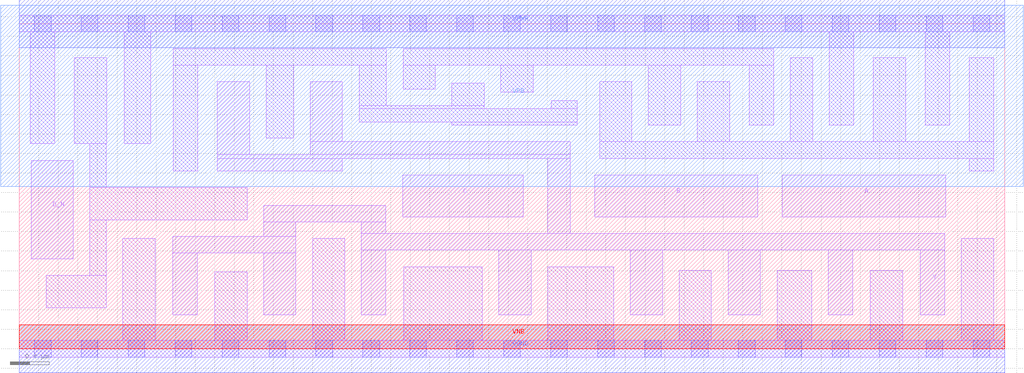
<source format=lef>
# Copyright 2020 The SkyWater PDK Authors
#
# Licensed under the Apache License, Version 2.0 (the "License");
# you may not use this file except in compliance with the License.
# You may obtain a copy of the License at
#
#     https://www.apache.org/licenses/LICENSE-2.0
#
# Unless required by applicable law or agreed to in writing, software
# distributed under the License is distributed on an "AS IS" BASIS,
# WITHOUT WARRANTIES OR CONDITIONS OF ANY KIND, either express or implied.
# See the License for the specific language governing permissions and
# limitations under the License.
#
# SPDX-License-Identifier: Apache-2.0

VERSION 5.7 ;
  NOWIREEXTENSIONATPIN ON ;
  DIVIDERCHAR "/" ;
  BUSBITCHARS "[]" ;
MACRO sky130_fd_sc_ms__nor4b_4
  CLASS CORE ;
  FOREIGN sky130_fd_sc_ms__nor4b_4 ;
  ORIGIN  0.000000  0.000000 ;
  SIZE  10.08000 BY  3.330000 ;
  SYMMETRY X Y ;
  SITE unit ;
  PIN A
    ANTENNAGATEAREA  1.250400 ;
    DIRECTION INPUT ;
    USE SIGNAL ;
    PORT
      LAYER li1 ;
        RECT 7.805000 1.350000 9.475000 1.780000 ;
    END
  END A
  PIN B
    ANTENNAGATEAREA  1.250400 ;
    DIRECTION INPUT ;
    USE SIGNAL ;
    PORT
      LAYER li1 ;
        RECT 5.885000 1.350000 7.555000 1.780000 ;
    END
  END B
  PIN C
    ANTENNAGATEAREA  1.250400 ;
    DIRECTION INPUT ;
    USE SIGNAL ;
    PORT
      LAYER li1 ;
        RECT 3.920000 1.350000 5.155000 1.780000 ;
    END
  END C
  PIN D_N
    ANTENNAGATEAREA  0.413400 ;
    DIRECTION INPUT ;
    USE SIGNAL ;
    PORT
      LAYER li1 ;
        RECT 0.125000 0.920000 0.550000 1.930000 ;
    END
  END D_N
  PIN Y
    ANTENNADIFFAREA  2.373400 ;
    DIRECTION OUTPUT ;
    USE SIGNAL ;
    PORT
      LAYER li1 ;
        RECT 1.570000 0.350000 1.820000 0.980000 ;
        RECT 1.570000 0.980000 2.830000 1.150000 ;
        RECT 2.025000 1.820000 3.305000 1.950000 ;
        RECT 2.025000 1.950000 5.635000 1.990000 ;
        RECT 2.025000 1.990000 2.355000 2.735000 ;
        RECT 2.500000 0.350000 2.830000 0.980000 ;
        RECT 2.500000 1.150000 2.830000 1.300000 ;
        RECT 2.500000 1.300000 3.750000 1.470000 ;
        RECT 2.975000 1.990000 5.635000 2.120000 ;
        RECT 2.975000 2.120000 3.305000 2.735000 ;
        RECT 3.500000 0.350000 3.750000 1.010000 ;
        RECT 3.500000 1.010000 9.465000 1.180000 ;
        RECT 3.500000 1.180000 3.750000 1.300000 ;
        RECT 4.905000 0.350000 5.235000 1.010000 ;
        RECT 5.405000 1.180000 5.635000 1.950000 ;
        RECT 6.250000 0.350000 6.580000 1.010000 ;
        RECT 7.250000 0.350000 7.580000 1.010000 ;
        RECT 8.275000 0.350000 8.525000 1.010000 ;
        RECT 9.215000 0.350000 9.465000 1.010000 ;
    END
  END Y
  PIN VGND
    DIRECTION INOUT ;
    USE GROUND ;
    PORT
      LAYER met1 ;
        RECT 0.000000 -0.245000 10.080000 0.245000 ;
    END
  END VGND
  PIN VNB
    DIRECTION INOUT ;
    USE GROUND ;
    PORT
      LAYER pwell ;
        RECT 0.000000 0.000000 10.080000 0.245000 ;
    END
  END VNB
  PIN VPB
    DIRECTION INOUT ;
    USE POWER ;
    PORT
      LAYER nwell ;
        RECT -0.190000 1.660000 10.270000 3.520000 ;
    END
  END VPB
  PIN VPWR
    DIRECTION INOUT ;
    USE POWER ;
    PORT
      LAYER met1 ;
        RECT 0.000000 3.085000 10.080000 3.575000 ;
    END
  END VPWR
  OBS
    LAYER li1 ;
      RECT 0.000000 -0.085000 10.080000 0.085000 ;
      RECT 0.000000  3.245000 10.080000 3.415000 ;
      RECT 0.115000  2.100000  0.365000 3.245000 ;
      RECT 0.275000  0.420000  0.890000 0.750000 ;
      RECT 0.565000  2.100000  0.895000 2.980000 ;
      RECT 0.720000  0.750000  0.890000 1.320000 ;
      RECT 0.720000  1.320000  2.330000 1.650000 ;
      RECT 0.720000  1.650000  0.890000 2.100000 ;
      RECT 1.060000  0.085000  1.390000 1.130000 ;
      RECT 1.075000  2.100000  1.345000 3.245000 ;
      RECT 1.575000  1.820000  1.825000 2.905000 ;
      RECT 1.575000  2.905000  3.755000 3.075000 ;
      RECT 2.000000  0.085000  2.330000 0.790000 ;
      RECT 2.525000  2.160000  2.805000 2.905000 ;
      RECT 3.000000  0.085000  3.330000 1.130000 ;
      RECT 3.475000  2.320000  5.705000 2.460000 ;
      RECT 3.475000  2.460000  4.755000 2.490000 ;
      RECT 3.475000  2.490000  3.755000 2.905000 ;
      RECT 3.925000  2.660000  4.255000 2.905000 ;
      RECT 3.925000  2.905000  7.715000 3.075000 ;
      RECT 3.930000  0.085000  4.735000 0.840000 ;
      RECT 4.425000  2.290000  5.705000 2.320000 ;
      RECT 4.425000  2.490000  4.755000 2.720000 ;
      RECT 4.925000  2.630000  5.255000 2.905000 ;
      RECT 5.405000  0.085000  6.080000 0.840000 ;
      RECT 5.440000  2.460000  5.705000 2.540000 ;
      RECT 5.935000  1.950000  9.965000 2.120000 ;
      RECT 5.935000  2.120000  6.265000 2.735000 ;
      RECT 6.435000  2.290000  6.765000 2.905000 ;
      RECT 6.750000  0.085000  7.080000 0.805000 ;
      RECT 6.935000  2.120000  7.265000 2.735000 ;
      RECT 7.465000  2.290000  7.715000 2.905000 ;
      RECT 7.750000  0.085000  8.105000 0.805000 ;
      RECT 7.885000  2.120000  8.115000 2.980000 ;
      RECT 8.285000  2.290000  8.535000 3.245000 ;
      RECT 8.705000  0.085000  9.035000 0.805000 ;
      RECT 8.735000  2.120000  9.065000 2.980000 ;
      RECT 9.265000  2.290000  9.515000 3.245000 ;
      RECT 9.635000  0.085000  9.965000 1.130000 ;
      RECT 9.715000  1.820000  9.965000 1.950000 ;
      RECT 9.715000  2.120000  9.965000 2.980000 ;
    LAYER mcon ;
      RECT 0.155000 -0.085000 0.325000 0.085000 ;
      RECT 0.155000  3.245000 0.325000 3.415000 ;
      RECT 0.635000 -0.085000 0.805000 0.085000 ;
      RECT 0.635000  3.245000 0.805000 3.415000 ;
      RECT 1.115000 -0.085000 1.285000 0.085000 ;
      RECT 1.115000  3.245000 1.285000 3.415000 ;
      RECT 1.595000 -0.085000 1.765000 0.085000 ;
      RECT 1.595000  3.245000 1.765000 3.415000 ;
      RECT 2.075000 -0.085000 2.245000 0.085000 ;
      RECT 2.075000  3.245000 2.245000 3.415000 ;
      RECT 2.555000 -0.085000 2.725000 0.085000 ;
      RECT 2.555000  3.245000 2.725000 3.415000 ;
      RECT 3.035000 -0.085000 3.205000 0.085000 ;
      RECT 3.035000  3.245000 3.205000 3.415000 ;
      RECT 3.515000 -0.085000 3.685000 0.085000 ;
      RECT 3.515000  3.245000 3.685000 3.415000 ;
      RECT 3.995000 -0.085000 4.165000 0.085000 ;
      RECT 3.995000  3.245000 4.165000 3.415000 ;
      RECT 4.475000 -0.085000 4.645000 0.085000 ;
      RECT 4.475000  3.245000 4.645000 3.415000 ;
      RECT 4.955000 -0.085000 5.125000 0.085000 ;
      RECT 4.955000  3.245000 5.125000 3.415000 ;
      RECT 5.435000 -0.085000 5.605000 0.085000 ;
      RECT 5.435000  3.245000 5.605000 3.415000 ;
      RECT 5.915000 -0.085000 6.085000 0.085000 ;
      RECT 5.915000  3.245000 6.085000 3.415000 ;
      RECT 6.395000 -0.085000 6.565000 0.085000 ;
      RECT 6.395000  3.245000 6.565000 3.415000 ;
      RECT 6.875000 -0.085000 7.045000 0.085000 ;
      RECT 6.875000  3.245000 7.045000 3.415000 ;
      RECT 7.355000 -0.085000 7.525000 0.085000 ;
      RECT 7.355000  3.245000 7.525000 3.415000 ;
      RECT 7.835000 -0.085000 8.005000 0.085000 ;
      RECT 7.835000  3.245000 8.005000 3.415000 ;
      RECT 8.315000 -0.085000 8.485000 0.085000 ;
      RECT 8.315000  3.245000 8.485000 3.415000 ;
      RECT 8.795000 -0.085000 8.965000 0.085000 ;
      RECT 8.795000  3.245000 8.965000 3.415000 ;
      RECT 9.275000 -0.085000 9.445000 0.085000 ;
      RECT 9.275000  3.245000 9.445000 3.415000 ;
      RECT 9.755000 -0.085000 9.925000 0.085000 ;
      RECT 9.755000  3.245000 9.925000 3.415000 ;
  END
END sky130_fd_sc_ms__nor4b_4
END LIBRARY

</source>
